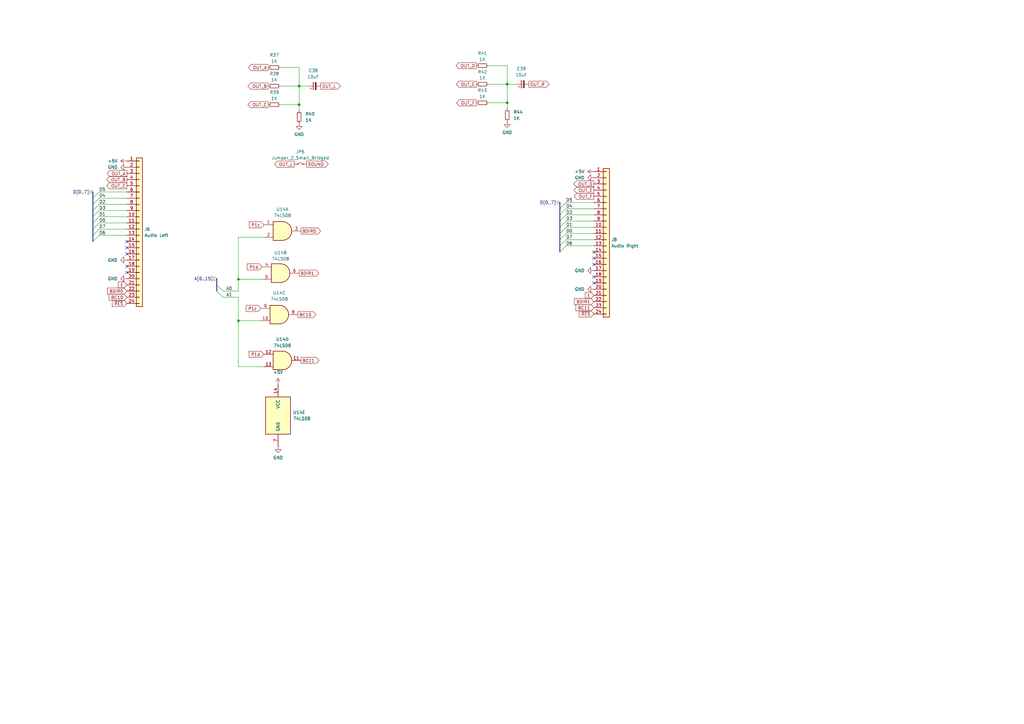
<source format=kicad_sch>
(kicad_sch (version 20231120) (generator "eeschema") (generator_version "8.0")
  (paper "A3")
  (lib_symbols
    (symbol "74xx:74LS08" (pin_names (offset 1.016))
      (property "Reference" "U" (at 0 1.27 0))
      (property "Value" "74LS08" (at 0 -1.27 0))
      (symbol "74LS08_1_1"
        (arc (start 0 -3.81) (mid 3.7934 0) (end 0 3.81) (stroke (width 0.254)) (fill (type background)))
        (polyline (pts (xy 0 3.81) (xy -3.81 3.81) (xy -3.81 -3.81) (xy 0 -3.81)) (stroke (width 0.254)) (fill (type background)))
        (pin input line (at -7.62 2.54 0) (length 3.81) (name "~") (number "1"))
        (pin input line (at -7.62 -2.54 0) (length 3.81) (name "~") (number "2"))
        (pin output line (at 7.62 0 180) (length 3.81) (name "~") (number "3"))
      )
      (symbol "74LS08_1_2"
        (arc (start -3.81 -3.81) (mid -2.589 0) (end -3.81 3.81) (stroke (width 0.254)))
        (arc (start -0.6096 -3.81) (mid 2.1842 -2.5851) (end 3.81 0) (stroke (width 0.254)) (fill (type background)))
        (polyline (pts (xy -3.81 -3.81) (xy -0.635 -3.81)) (stroke (width 0.254)) (fill (type background)))
        (polyline (pts (xy -3.81 3.81) (xy -0.635 3.81)) (stroke (width 0.254)) (fill (type background)))
        (polyline (pts (xy -0.635 3.81) (xy -3.81 3.81) (xy -3.81 3.81) (xy -3.556 3.4036) (xy -3.0226 2.2606) (xy -2.6924 1.0414) (xy -2.6162 -0.254) (xy -2.7686 -1.4986) (xy -3.175 -2.7178) (xy -3.81 -3.81) (xy -3.81 -3.81) (xy -0.635 -3.81)) (stroke (width -25.4)) (fill (type background)))
        (arc (start 3.81 0) (mid 2.1915 2.5936) (end -0.6096 3.81) (stroke (width 0.254)) (fill (type background)))
        (pin input inverted (at -7.62 2.54 0) (length 4.318) (name "~") (number "1"))
        (pin input inverted (at -7.62 -2.54 0) (length 4.318) (name "~") (number "2"))
        (pin output inverted (at 7.62 0 180) (length 3.81) (name "~") (number "3"))
      )
      (symbol "74LS08_2_1"
        (arc (start 0 -3.81) (mid 3.7934 0) (end 0 3.81) (stroke (width 0.254)) (fill (type background)))
        (polyline (pts (xy 0 3.81) (xy -3.81 3.81) (xy -3.81 -3.81) (xy 0 -3.81)) (stroke (width 0.254)) (fill (type background)))
        (pin input line (at -7.62 2.54 0) (length 3.81) (name "~") (number "4"))
        (pin input line (at -7.62 -2.54 0) (length 3.81) (name "~") (number "5"))
        (pin output line (at 7.62 0 180) (length 3.81) (name "~") (number "6"))
      )
      (symbol "74LS08_2_2"
        (arc (start -3.81 -3.81) (mid -2.589 0) (end -3.81 3.81) (stroke (width 0.254)))
        (arc (start -0.6096 -3.81) (mid 2.1842 -2.5851) (end 3.81 0) (stroke (width 0.254)) (fill (type background)))
        (polyline (pts (xy -3.81 -3.81) (xy -0.635 -3.81)) (stroke (width 0.254)) (fill (type background)))
        (polyline (pts (xy -3.81 3.81) (xy -0.635 3.81)) (stroke (width 0.254)) (fill (type background)))
        (polyline (pts (xy -0.635 3.81) (xy -3.81 3.81) (xy -3.81 3.81) (xy -3.556 3.4036) (xy -3.0226 2.2606) (xy -2.6924 1.0414) (xy -2.6162 -0.254) (xy -2.7686 -1.4986) (xy -3.175 -2.7178) (xy -3.81 -3.81) (xy -3.81 -3.81) (xy -0.635 -3.81)) (stroke (width -25.4)) (fill (type background)))
        (arc (start 3.81 0) (mid 2.1915 2.5936) (end -0.6096 3.81) (stroke (width 0.254)) (fill (type background)))
        (pin input inverted (at -7.62 2.54 0) (length 4.318) (name "~") (number "4"))
        (pin input inverted (at -7.62 -2.54 0) (length 4.318) (name "~") (number "5"))
        (pin output inverted (at 7.62 0 180) (length 3.81) (name "~") (number "6"))
      )
      (symbol "74LS08_3_1"
        (arc (start 0 -3.81) (mid 3.7934 0) (end 0 3.81) (stroke (width 0.254)) (fill (type background)))
        (polyline (pts (xy 0 3.81) (xy -3.81 3.81) (xy -3.81 -3.81) (xy 0 -3.81)) (stroke (width 0.254)) (fill (type background)))
        (pin input line (at -7.62 -2.54 0) (length 3.81) (name "~") (number "10"))
        (pin output line (at 7.62 0 180) (length 3.81) (name "~") (number "8"))
        (pin input line (at -7.62 2.54 0) (length 3.81) (name "~") (number "9"))
      )
      (symbol "74LS08_3_2"
        (arc (start -3.81 -3.81) (mid -2.589 0) (end -3.81 3.81) (stroke (width 0.254)))
        (arc (start -0.6096 -3.81) (mid 2.1842 -2.5851) (end 3.81 0) (stroke (width 0.254)) (fill (type background)))
        (polyline (pts (xy -3.81 -3.81) (xy -0.635 -3.81)) (stroke (width 0.254)) (fill (type background)))
        (polyline (pts (xy -3.81 3.81) (xy -0.635 3.81)) (stroke (width 0.254)) (fill (type background)))
        (polyline (pts (xy -0.635 3.81) (xy -3.81 3.81) (xy -3.81 3.81) (xy -3.556 3.4036) (xy -3.0226 2.2606) (xy -2.6924 1.0414) (xy -2.6162 -0.254) (xy -2.7686 -1.4986) (xy -3.175 -2.7178) (xy -3.81 -3.81) (xy -3.81 -3.81) (xy -0.635 -3.81)) (stroke (width -25.4)) (fill (type background)))
        (arc (start 3.81 0) (mid 2.1915 2.5936) (end -0.6096 3.81) (stroke (width 0.254)) (fill (type background)))
        (pin input inverted (at -7.62 -2.54 0) (length 4.318) (name "~") (number "10"))
        (pin output inverted (at 7.62 0 180) (length 3.81) (name "~") (number "8"))
        (pin input inverted (at -7.62 2.54 0) (length 4.318) (name "~") (number "9"))
      )
      (symbol "74LS08_4_1"
        (arc (start 0 -3.81) (mid 3.7934 0) (end 0 3.81) (stroke (width 0.254)) (fill (type background)))
        (polyline (pts (xy 0 3.81) (xy -3.81 3.81) (xy -3.81 -3.81) (xy 0 -3.81)) (stroke (width 0.254)) (fill (type background)))
        (pin output line (at 7.62 0 180) (length 3.81) (name "~") (number "11"))
        (pin input line (at -7.62 2.54 0) (length 3.81) (name "~") (number "12"))
        (pin input line (at -7.62 -2.54 0) (length 3.81) (name "~") (number "13"))
      )
      (symbol "74LS08_4_2"
        (arc (start -3.81 -3.81) (mid -2.589 0) (end -3.81 3.81) (stroke (width 0.254)))
        (arc (start -0.6096 -3.81) (mid 2.1842 -2.5851) (end 3.81 0) (stroke (width 0.254)) (fill (type background)))
        (polyline (pts (xy -3.81 -3.81) (xy -0.635 -3.81)) (stroke (width 0.254)) (fill (type background)))
        (polyline (pts (xy -3.81 3.81) (xy -0.635 3.81)) (stroke (width 0.254)) (fill (type background)))
        (polyline (pts (xy -0.635 3.81) (xy -3.81 3.81) (xy -3.81 3.81) (xy -3.556 3.4036) (xy -3.0226 2.2606) (xy -2.6924 1.0414) (xy -2.6162 -0.254) (xy -2.7686 -1.4986) (xy -3.175 -2.7178) (xy -3.81 -3.81) (xy -3.81 -3.81) (xy -0.635 -3.81)) (stroke (width -25.4)) (fill (type background)))
        (arc (start 3.81 0) (mid 2.1915 2.5936) (end -0.6096 3.81) (stroke (width 0.254)) (fill (type background)))
        (pin output inverted (at 7.62 0 180) (length 3.81) (name "~") (number "11"))
        (pin input inverted (at -7.62 2.54 0) (length 4.318) (name "~") (number "12"))
        (pin input inverted (at -7.62 -2.54 0) (length 4.318) (name "~") (number "13"))
      )
      (symbol "74LS08_5_0"
        (pin power_in line (at 0 12.7 270) (length 5.08) (name "VCC") (number "14"))
        (pin power_in line (at 0 -12.7 90) (length 5.08) (name "GND") (number "7"))
      )
      (symbol "74LS08_5_1"
        (rectangle (start -5.08 7.62) (end 5.08 -7.62) (stroke (width 0.254)) (fill (type background)))
      )
    )
    (symbol "Connector_Generic:Conn_01x24" (pin_names (offset 1.016) hide)
      (property "Reference" "J" (at 0 30.48 0))
      (property "Value" "Conn_01x24" (at 0 -33.02 0))
      (symbol "Conn_01x24_1_1"
        (rectangle (start -1.27 -30.353) (end 0 -30.607) (stroke (width 0.1524)))
        (rectangle (start -1.27 -27.813) (end 0 -28.067) (stroke (width 0.1524)))
        (rectangle (start -1.27 -25.273) (end 0 -25.527) (stroke (width 0.1524)))
        (rectangle (start -1.27 -22.733) (end 0 -22.987) (stroke (width 0.1524)))
        (rectangle (start -1.27 -20.193) (end 0 -20.447) (stroke (width 0.1524)))
        (rectangle (start -1.27 -17.653) (end 0 -17.907) (stroke (width 0.1524)))
        (rectangle (start -1.27 -15.113) (end 0 -15.367) (stroke (width 0.1524)))
        (rectangle (start -1.27 -12.573) (end 0 -12.827) (stroke (width 0.1524)))
        (rectangle (start -1.27 -10.033) (end 0 -10.287) (stroke (width 0.1524)))
        (rectangle (start -1.27 -7.493) (end 0 -7.747) (stroke (width 0.1524)))
        (rectangle (start -1.27 -4.953) (end 0 -5.207) (stroke (width 0.1524)))
        (rectangle (start -1.27 -2.413) (end 0 -2.667) (stroke (width 0.1524)))
        (rectangle (start -1.27 0.127) (end 0 -0.127) (stroke (width 0.1524)))
        (rectangle (start -1.27 2.667) (end 0 2.413) (stroke (width 0.1524)))
        (rectangle (start -1.27 5.207) (end 0 4.953) (stroke (width 0.1524)))
        (rectangle (start -1.27 7.747) (end 0 7.493) (stroke (width 0.1524)))
        (rectangle (start -1.27 10.287) (end 0 10.033) (stroke (width 0.1524)))
        (rectangle (start -1.27 12.827) (end 0 12.573) (stroke (width 0.1524)))
        (rectangle (start -1.27 15.367) (end 0 15.113) (stroke (width 0.1524)))
        (rectangle (start -1.27 17.907) (end 0 17.653) (stroke (width 0.1524)))
        (rectangle (start -1.27 20.447) (end 0 20.193) (stroke (width 0.1524)))
        (rectangle (start -1.27 22.987) (end 0 22.733) (stroke (width 0.1524)))
        (rectangle (start -1.27 25.527) (end 0 25.273) (stroke (width 0.1524)))
        (rectangle (start -1.27 28.067) (end 0 27.813) (stroke (width 0.1524)))
        (rectangle (start -1.27 29.21) (end 1.27 -31.75) (stroke (width 0.254)) (fill (type background)))
        (pin passive line (at -5.08 27.94 0) (length 3.81) (name "Pin_1") (number "1"))
        (pin passive line (at -5.08 5.08 0) (length 3.81) (name "Pin_10") (number "10"))
        (pin passive line (at -5.08 2.54 0) (length 3.81) (name "Pin_11") (number "11"))
        (pin passive line (at -5.08 0 0) (length 3.81) (name "Pin_12") (number "12"))
        (pin passive line (at -5.08 -2.54 0) (length 3.81) (name "Pin_13") (number "13"))
        (pin passive line (at -5.08 -5.08 0) (length 3.81) (name "Pin_14") (number "14"))
        (pin passive line (at -5.08 -7.62 0) (length 3.81) (name "Pin_15") (number "15"))
        (pin passive line (at -5.08 -10.16 0) (length 3.81) (name "Pin_16") (number "16"))
        (pin passive line (at -5.08 -12.7 0) (length 3.81) (name "Pin_17") (number "17"))
        (pin passive line (at -5.08 -15.24 0) (length 3.81) (name "Pin_18") (number "18"))
        (pin passive line (at -5.08 -17.78 0) (length 3.81) (name "Pin_19") (number "19"))
        (pin passive line (at -5.08 25.4 0) (length 3.81) (name "Pin_2") (number "2"))
        (pin passive line (at -5.08 -20.32 0) (length 3.81) (name "Pin_20") (number "20"))
        (pin passive line (at -5.08 -22.86 0) (length 3.81) (name "Pin_21") (number "21"))
        (pin passive line (at -5.08 -25.4 0) (length 3.81) (name "Pin_22") (number "22"))
        (pin passive line (at -5.08 -27.94 0) (length 3.81) (name "Pin_23") (number "23"))
        (pin passive line (at -5.08 -30.48 0) (length 3.81) (name "Pin_24") (number "24"))
        (pin passive line (at -5.08 22.86 0) (length 3.81) (name "Pin_3") (number "3"))
        (pin passive line (at -5.08 20.32 0) (length 3.81) (name "Pin_4") (number "4"))
        (pin passive line (at -5.08 17.78 0) (length 3.81) (name "Pin_5") (number "5"))
        (pin passive line (at -5.08 15.24 0) (length 3.81) (name "Pin_6") (number "6"))
        (pin passive line (at -5.08 12.7 0) (length 3.81) (name "Pin_7") (number "7"))
        (pin passive line (at -5.08 10.16 0) (length 3.81) (name "Pin_8") (number "8"))
        (pin passive line (at -5.08 7.62 0) (length 3.81) (name "Pin_9") (number "9"))
      )
    )
    (symbol "Device:C_Polarized_Small" (pin_numbers hide) (pin_names (offset 0.254) hide)
      (property "Reference" "C" (at 0.254 1.778 0))
      (property "Value" "C_Polarized_Small" (at 0.254 -2.032 0))
      (symbol "C_Polarized_Small_0_1"
        (rectangle (start -1.524 -0.3048) (end 1.524 -0.6858) (fill (type outline)))
        (rectangle (start -1.524 0.6858) (end 1.524 0.3048))
        (polyline (pts (xy -1.27 1.524) (xy -0.762 1.524)))
        (polyline (pts (xy -1.016 1.27) (xy -1.016 1.778)))
      )
      (symbol "C_Polarized_Small_1_1"
        (pin passive line (at 0 2.54 270) (length 1.8542) (name "~") (number "1"))
        (pin passive line (at 0 -2.54 90) (length 1.8542) (name "~") (number "2"))
      )
    )
    (symbol "Device:R_Small" (pin_numbers hide) (pin_names (offset 0.254) hide)
      (property "Reference" "R" (at 0.762 0.508 0))
      (property "Value" "R_Small" (at 0.762 -1.016 0))
      (symbol "R_Small_0_1"
        (rectangle (start -0.762 1.778) (end 0.762 -1.778) (stroke (width 0.2032)))
      )
      (symbol "R_Small_1_1"
        (pin passive line (at 0 2.54 270) (length 0.762) (name "~") (number "1"))
        (pin passive line (at 0 -2.54 90) (length 0.762) (name "~") (number "2"))
      )
    )
    (symbol "Jumper:Jumper_2_Small_Bridged" (pin_numbers hide) (pin_names (offset 0) hide) (exclude_from_sim yes)
      (property "Reference" "JP" (at 0 2.032 0))
      (property "Value" "Jumper_2_Small_Bridged" (at 0 -2.286 0))
      (symbol "Jumper_2_Small_Bridged_0_0"
        (circle (center -1.016 0) (radius 0.254))
        (circle (center 1.016 0) (radius 0.254))
      )
      (symbol "Jumper_2_Small_Bridged_0_1"
        (arc (start 0.762 0.254) (mid 0 0.5696) (end -0.762 0.254))
      )
      (symbol "Jumper_2_Small_Bridged_1_1"
        (pin passive line (at -2.54 0 0) (length 1.27) (name "A") (number "1"))
        (pin passive line (at 2.54 0 180) (length 1.27) (name "B") (number "2"))
      )
    )
    (symbol "power:+5V" (power) (pin_names (offset 0))
      (property "Value" "+5V" (at 0 3.556 0))
      (symbol "+5V_0_1"
        (polyline (pts (xy -0.762 1.27) (xy 0 2.54)))
        (polyline (pts (xy 0 0) (xy 0 2.54)))
        (polyline (pts (xy 0 2.54) (xy 0.762 1.27)))
      )
      (symbol "+5V_1_1"
        (pin power_in line (at 0 0 90) (length 0) hide (name "+5V") (number "1"))
      )
    )
    (symbol "power:GND" (power) (pin_names (offset 0))
      (property "Value" "GND" (at 0 -3.81 0))
      (symbol "GND_0_1"
        (polyline (pts (xy 0 0) (xy 0 -1.27) (xy 1.27 -1.27) (xy 0 -2.54) (xy -1.27 -1.27) (xy 0 -1.27)))
      )
      (symbol "GND_1_1"
        (pin power_in line (at 0 0 270) (length 0) hide (name "GND") (number "1"))
      )
    )
  )
  (junction (at 97.79 131.572))
  (junction (at 122.682 42.926))
  (junction (at 208.026 34.544))
  (junction (at 208.026 42.164))
  (junction (at 97.79 114.554))
  (junction (at 122.682 35.306))
  (no_connect (at 243.586 105.918))
  (no_connect (at 52.07 104.14))
  (no_connect (at 52.07 109.22))
  (no_connect (at 243.586 108.458))
  (no_connect (at 52.07 111.76))
  (no_connect (at 52.07 99.06))
  (no_connect (at 243.586 113.538))
  (no_connect (at 243.586 116.078))
  (no_connect (at 52.07 101.6))
  (no_connect (at 243.586 103.378))
  (bus_entry (at 38.1 91.44) (size 2.54 -2.54))
  (bus_entry (at 88.9 119.38) (size 2.54 2.54))
  (bus_entry (at 229.616 93.218) (size 2.54 -2.54))
  (bus_entry (at 229.616 98.298) (size 2.54 -2.54))
  (bus_entry (at 38.1 93.98) (size 2.54 -2.54))
  (bus_entry (at 38.1 99.06) (size 2.54 -2.54))
  (bus_entry (at 38.1 81.28) (size 2.54 -2.54))
  (bus_entry (at 38.1 96.52) (size 2.54 -2.54))
  (bus_entry (at 38.1 83.82) (size 2.54 -2.54))
  (bus_entry (at 229.616 90.678) (size 2.54 -2.54))
  (bus_entry (at 229.616 85.598) (size 2.54 -2.54))
  (bus_entry (at 38.1 88.9) (size 2.54 -2.54))
  (bus_entry (at 229.616 100.838) (size 2.54 -2.54))
  (bus_entry (at 229.616 95.758) (size 2.54 -2.54))
  (bus_entry (at 88.9 116.84) (size 2.54 2.54))
  (bus_entry (at 229.616 103.378) (size 2.54 -2.54))
  (bus_entry (at 38.1 86.36) (size 2.54 -2.54))
  (bus_entry (at 229.616 88.138) (size 2.54 -2.54))
  (bus (pts (xy 229.616 95.758) (xy 229.616 93.218)))
  (bus (pts (xy 38.1 88.9) (xy 38.1 86.36)))
  (wire (pts (xy 208.026 26.924) (xy 208.026 34.544)))
  (wire (pts (xy 232.156 100.838) (xy 243.586 100.838)))
  (bus (pts (xy 229.616 90.678) (xy 229.616 88.138)))
  (bus (pts (xy 88.9 114.3) (xy 88.9 116.84)))
  (bus (pts (xy 229.616 83.058) (xy 229.616 85.598)))
  (wire (pts (xy 200.406 34.544) (xy 208.026 34.544)))
  (wire (pts (xy 91.44 119.38) (xy 97.79 119.38)))
  (wire (pts (xy 232.156 95.758) (xy 243.586 95.758)))
  (bus (pts (xy 229.616 93.218) (xy 229.616 90.678)))
  (wire (pts (xy 122.682 42.926) (xy 122.682 45.466)))
  (wire (pts (xy 122.682 35.306) (xy 126.492 35.306)))
  (wire (pts (xy 122.682 27.686) (xy 122.682 35.306)))
  (wire (pts (xy 40.64 91.44) (xy 52.07 91.44)))
  (wire (pts (xy 232.156 83.058) (xy 243.586 83.058)))
  (bus (pts (xy 38.1 96.52) (xy 38.1 99.06)))
  (bus (pts (xy 38.1 91.44) (xy 38.1 93.98)))
  (wire (pts (xy 115.062 42.926) (xy 122.682 42.926)))
  (bus (pts (xy 38.1 91.44) (xy 38.1 88.9)))
  (wire (pts (xy 40.64 86.36) (xy 52.07 86.36)))
  (wire (pts (xy 115.062 35.306) (xy 122.682 35.306)))
  (wire (pts (xy 40.64 93.98) (xy 52.07 93.98)))
  (wire (pts (xy 232.156 93.218) (xy 243.586 93.218)))
  (bus (pts (xy 229.616 100.838) (xy 229.616 103.378)))
  (wire (pts (xy 200.406 42.164) (xy 208.026 42.164)))
  (wire (pts (xy 40.64 96.52) (xy 52.07 96.52)))
  (wire (pts (xy 97.79 121.92) (xy 97.79 131.572)))
  (wire (pts (xy 108.204 97.282) (xy 97.79 97.282)))
  (bus (pts (xy 38.1 96.52) (xy 38.1 93.98)))
  (wire (pts (xy 232.156 88.138) (xy 243.586 88.138)))
  (wire (pts (xy 97.79 131.572) (xy 97.79 150.368)))
  (wire (pts (xy 122.682 42.926) (xy 122.682 35.306)))
  (bus (pts (xy 38.1 83.82) (xy 38.1 81.28)))
  (wire (pts (xy 208.026 42.164) (xy 208.026 34.544)))
  (wire (pts (xy 97.79 97.282) (xy 97.79 114.554)))
  (wire (pts (xy 208.026 34.544) (xy 211.836 34.544)))
  (wire (pts (xy 40.64 88.9) (xy 52.07 88.9)))
  (wire (pts (xy 232.156 85.598) (xy 243.586 85.598)))
  (wire (pts (xy 107.442 114.554) (xy 97.79 114.554)))
  (wire (pts (xy 115.062 27.686) (xy 122.682 27.686)))
  (bus (pts (xy 38.1 86.36) (xy 38.1 83.82)))
  (wire (pts (xy 40.64 81.28) (xy 52.07 81.28)))
  (bus (pts (xy 229.616 95.758) (xy 229.616 98.298)))
  (wire (pts (xy 200.406 26.924) (xy 208.026 26.924)))
  (wire (pts (xy 232.156 90.678) (xy 243.586 90.678)))
  (bus (pts (xy 229.616 100.838) (xy 229.616 98.298)))
  (wire (pts (xy 106.934 131.572) (xy 97.79 131.572)))
  (wire (pts (xy 40.64 83.82) (xy 52.07 83.82)))
  (wire (pts (xy 208.026 42.164) (xy 208.026 44.704)))
  (bus (pts (xy 38.1 78.74) (xy 38.1 81.28)))
  (wire (pts (xy 97.79 114.554) (xy 97.79 119.38)))
  (bus (pts (xy 229.616 88.138) (xy 229.616 85.598)))
  (wire (pts (xy 91.44 121.92) (xy 97.79 121.92)))
  (wire (pts (xy 40.64 78.74) (xy 52.07 78.74)))
  (wire (pts (xy 232.156 98.298) (xy 243.586 98.298)))
  (bus (pts (xy 88.9 119.38) (xy 88.9 116.84)))
  (wire (pts (xy 97.79 150.368) (xy 108.204 150.368)))
  (label "A0" (at 95.25 119.38 180))
  (label "D2" (at 40.64 83.82 0))
  (label "D7" (at 40.64 93.98 0))
  (label "D1" (at 232.156 93.218 0))
  (label "D1" (at 40.64 88.9 0))
  (label "D0" (at 40.64 91.44 0))
  (label "D0" (at 232.156 95.758 0))
  (label "D3" (at 40.64 86.36 0))
  (label "D4" (at 232.156 85.598 0))
  (label "D4" (at 40.64 81.28 0))
  (label "D5" (at 232.156 83.058 0))
  (label "D6" (at 232.156 100.838 0))
  (label "D3" (at 232.156 90.678 0))
  (label "D5" (at 40.64 78.74 0))
  (label "A1" (at 95.25 121.92 180))
  (label "D2" (at 232.156 88.138 0))
  (label "D7" (at 232.156 98.298 0))
  (label "D6" (at 40.64 96.52 0))
  (global_label "P1d" (shape input) (at 108.204 145.288 180) (property "Intersheetrefs" "${INTERSHEET_REFS}" (effects (hide yes))))
  (global_label "~{RES}" (shape input) (at 243.586 128.778 180) (property "Intersheetrefs" "${INTERSHEET_REFS}" (effects (hide yes))))
  (global_label "OUT_B" (shape output) (at 109.982 35.306 180) (property "Intersheetrefs" "${INTERSHEET_REFS}" (effects (hide yes))))
  (global_label "~{RES}" (shape input) (at 52.07 124.46 180) (property "Intersheetrefs" "${INTERSHEET_REFS}" (effects (hide yes))))
  (global_label "OUT_R" (shape output) (at 216.916 34.544 0) (property "Intersheetrefs" "${INTERSHEET_REFS}" (effects (hide yes))))
  (global_label "OUT_L" (shape output) (at 131.572 35.306 0) (property "Intersheetrefs" "${INTERSHEET_REFS}" (effects (hide yes))))
  (global_label "OUT_F" (shape output) (at 195.326 42.164 180) (property "Intersheetrefs" "${INTERSHEET_REFS}" (effects (hide yes))))
  (global_label "BC11" (shape output) (at 123.444 147.828 0) (property "Intersheetrefs" "${INTERSHEET_REFS}" (effects (hide yes))))
  (global_label "BC11" (shape input) (at 243.586 126.238 180) (property "Intersheetrefs" "${INTERSHEET_REFS}" (effects (hide yes))))
  (global_label "P1c" (shape input) (at 108.204 92.202 180) (property "Intersheetrefs" "${INTERSHEET_REFS}" (effects (hide yes))))
  (global_label "BDIR1" (shape input) (at 243.586 123.698 180) (property "Intersheetrefs" "${INTERSHEET_REFS}" (effects (hide yes))))
  (global_label "OUT_L" (shape output) (at 120.65 67.31 180) (property "Intersheetrefs" "${INTERSHEET_REFS}" (effects (hide yes))))
  (global_label "BDIR1" (shape output) (at 122.682 112.014 0) (property "Intersheetrefs" "${INTERSHEET_REFS}" (effects (hide yes))))
  (global_label "OUT_E" (shape output) (at 243.586 77.978 180) (property "Intersheetrefs" "${INTERSHEET_REFS}" (effects (hide yes))))
  (global_label "OUT_C" (shape output) (at 52.07 76.2 180) (property "Intersheetrefs" "${INTERSHEET_REFS}" (effects (hide yes))))
  (global_label "BDIR0" (shape input) (at 52.07 119.38 180) (property "Intersheetrefs" "${INTERSHEET_REFS}" (effects (hide yes))))
  (global_label "P1d" (shape input) (at 107.442 109.474 180) (property "Intersheetrefs" "${INTERSHEET_REFS}" (effects (hide yes))))
  (global_label "E" (shape input) (at 243.586 121.158 180) (property "Intersheetrefs" "${INTERSHEET_REFS}" (effects (hide yes))))
  (global_label "BDIR0" (shape output) (at 123.444 94.742 0) (property "Intersheetrefs" "${INTERSHEET_REFS}" (effects (hide yes))))
  (global_label "BC10" (shape input) (at 52.07 121.92 180) (property "Intersheetrefs" "${INTERSHEET_REFS}" (effects (hide yes))))
  (global_label "SOUND" (shape output) (at 125.73 67.31 0) (property "Intersheetrefs" "${INTERSHEET_REFS}" (effects (hide yes))))
  (global_label "E" (shape input) (at 52.07 116.84 180) (property "Intersheetrefs" "${INTERSHEET_REFS}" (effects (hide yes))))
  (global_label "OUT_A" (shape output) (at 109.982 27.686 180) (property "Intersheetrefs" "${INTERSHEET_REFS}" (effects (hide yes))))
  (global_label "OUT_D" (shape output) (at 195.326 26.924 180) (property "Intersheetrefs" "${INTERSHEET_REFS}" (effects (hide yes))))
  (global_label "OUT_C" (shape output) (at 109.982 42.926 180) (property "Intersheetrefs" "${INTERSHEET_REFS}" (effects (hide yes))))
  (global_label "BC10" (shape output) (at 122.174 129.032 0) (property "Intersheetrefs" "${INTERSHEET_REFS}" (effects (hide yes))))
  (global_label "OUT_A" (shape output) (at 52.07 71.12 180) (property "Intersheetrefs" "${INTERSHEET_REFS}" (effects (hide yes))))
  (global_label "P1c" (shape input) (at 106.934 126.492 180) (property "Intersheetrefs" "${INTERSHEET_REFS}" (effects (hide yes))))
  (global_label "OUT_B" (shape output) (at 52.07 73.66 180) (property "Intersheetrefs" "${INTERSHEET_REFS}" (effects (hide yes))))
  (global_label "OUT_E" (shape output) (at 195.326 34.544 180) (property "Intersheetrefs" "${INTERSHEET_REFS}" (effects (hide yes))))
  (global_label "OUT_D" (shape output) (at 243.586 75.438 180) (property "Intersheetrefs" "${INTERSHEET_REFS}" (effects (hide yes))))
  (global_label "OUT_F" (shape output) (at 243.586 80.518 180) (property "Intersheetrefs" "${INTERSHEET_REFS}" (effects (hide yes))))
  (hierarchical_label "D[0..7]" (shape bidirectional) (at 229.616 83.058 180))
  (hierarchical_label "A[0..15]" (shape input) (at 88.9 114.3 180))
  (hierarchical_label "D[0..7]" (shape bidirectional) (at 38.1 78.74 180))
  (symbol (lib_id "Device:R_Small") (at 197.866 26.924 90) (unit 1)
    (property "Reference" "R41" (at 197.866 21.844 90))
    (property "Value" "1K" (at 197.866 24.384 90))
    (property "Footprint" "Resistor_SMD:R_0805_2012Metric_Pad1.20x1.40mm_HandSolder" (effects (hide yes)))
  )
  (symbol (lib_id "74xx:74LS08") (at 114.554 129.032 0) (unit 3)
    (property "Reference" "U14" (at 114.5457 120.142 0))
    (property "Value" "74LS08" (at 114.5457 122.682 0))
    (property "Footprint" "Package_SO:SO-14_3.9x8.65mm_P1.27mm" (effects (hide yes)))
    (property "Datasheet" "http://www.ti.com/lit/gpn/sn74LS08" (effects (hide yes)))
  )
  (symbol (lib_id "74xx:74LS08") (at 114.046 170.434 0) (unit 5)
    (property "Reference" "U14" (at 120.142 169.164 0) (effects (justify left)))
    (property "Value" "74LS08" (at 120.142 171.704 0) (effects (justify left)))
    (property "Footprint" "Package_SO:SO-14_3.9x8.65mm_P1.27mm" (effects (hide yes)))
    (property "Datasheet" "http://www.ti.com/lit/gpn/sn74LS08" (effects (hide yes)))
  )
  (symbol (lib_id "Device:R_Small") (at 112.522 27.686 90) (unit 1)
    (property "Reference" "R37" (at 112.522 22.606 90))
    (property "Value" "1K" (at 112.522 25.146 90))
    (property "Footprint" "Resistor_SMD:R_0805_2012Metric_Pad1.20x1.40mm_HandSolder" (effects (hide yes)))
  )
  (symbol (lib_id "power:GND") (at 243.586 110.998 270) (unit 1)
    (property "Reference" "#PWR0163" (effects (hide yes)))
    (property "Value" "GND" (at 239.776 110.998 90) (effects (justify right)))
  )
  (symbol (lib_id "power:GND") (at 52.07 114.3 270) (unit 1)
    (property "Reference" "#PWR0155" (effects (hide yes)))
    (property "Value" "GND" (at 48.26 114.3 90) (effects (justify right)))
  )
  (symbol (lib_id "power:GND") (at 114.046 183.134 0) (unit 1)
    (property "Reference" "#PWR0157" (effects (hide yes)))
    (property "Value" "GND" (at 114.046 187.706 0))
  )
  (symbol (lib_id "Device:R_Small") (at 112.522 42.926 90) (unit 1)
    (property "Reference" "R39" (at 112.522 37.846 90))
    (property "Value" "1K" (at 112.522 40.386 90))
    (property "Footprint" "Resistor_SMD:R_0805_2012Metric_Pad1.20x1.40mm_HandSolder" (effects (hide yes)))
  )
  (symbol (lib_id "Device:R_Small") (at 197.866 42.164 90) (unit 1)
    (property "Reference" "R43" (at 197.866 37.084 90))
    (property "Value" "1K" (at 197.866 39.624 90))
    (property "Footprint" "Resistor_SMD:R_0805_2012Metric_Pad1.20x1.40mm_HandSolder" (effects (hide yes)))
  )
  (symbol (lib_id "power:GND") (at 243.586 72.898 270) (unit 1)
    (property "Reference" "#PWR0162" (effects (hide yes)))
    (property "Value" "GND" (at 239.776 72.898 90) (effects (justify right)))
  )
  (symbol (lib_id "power:GND") (at 208.026 49.784 0) (unit 1)
    (property "Reference" "#PWR0160" (effects (hide yes)))
    (property "Value" "GND" (at 208.026 54.356 0))
  )
  (symbol (lib_id "Device:R_Small") (at 112.522 35.306 90) (unit 1)
    (property "Reference" "R38" (at 112.522 30.226 90))
    (property "Value" "1K" (at 112.522 32.766 90))
    (property "Footprint" "Resistor_SMD:R_0805_2012Metric_Pad1.20x1.40mm_HandSolder" (effects (hide yes)))
  )
  (symbol (lib_id "Device:R_Small") (at 122.682 48.006 180) (unit 1)
    (property "Reference" "R40" (at 125.222 46.736 0) (effects (justify right)))
    (property "Value" "1K" (at 125.222 49.276 0) (effects (justify right)))
    (property "Footprint" "Resistor_SMD:R_0805_2012Metric_Pad1.20x1.40mm_HandSolder" (effects (hide yes)))
  )
  (symbol (lib_id "74xx:74LS08") (at 115.062 112.014 0) (unit 2)
    (property "Reference" "U14" (at 115.0537 103.632 0))
    (property "Value" "74LS08" (at 115.0537 106.172 0))
    (property "Footprint" "Package_SO:SO-14_3.9x8.65mm_P1.27mm" (effects (hide yes)))
    (property "Datasheet" "http://www.ti.com/lit/gpn/sn74LS08" (effects (hide yes)))
  )
  (symbol (lib_id "Device:R_Small") (at 197.866 34.544 90) (unit 1)
    (property "Reference" "R42" (at 197.866 29.464 90))
    (property "Value" "1K" (at 197.866 32.004 90))
    (property "Footprint" "Resistor_SMD:R_0805_2012Metric_Pad1.20x1.40mm_HandSolder" (effects (hide yes)))
  )
  (symbol (lib_id "74xx:74LS08") (at 115.824 147.828 0) (unit 4)
    (property "Reference" "U14" (at 115.8157 139.192 0))
    (property "Value" "74LS08" (at 115.8157 141.732 0))
    (property "Footprint" "Package_SO:SO-14_3.9x8.65mm_P1.27mm" (effects (hide yes)))
    (property "Datasheet" "http://www.ti.com/lit/gpn/sn74LS08" (effects (hide yes)))
  )
  (symbol (lib_id "Connector_Generic:Conn_01x24") (at 57.15 93.98 0) (unit 1)
    (property "Reference" "J6" (at 59.182 93.98 0) (effects (justify left)))
    (property "Value" "Audio Left" (at 59.182 96.52 0) (effects (justify left)))
    (property "Footprint" "Dragon:AY-QTHT" (effects (hide yes)))
  )
  (symbol (lib_id "Connector_Generic:Conn_01x24") (at 248.666 98.298 0) (unit 1)
    (property "Reference" "J8" (at 250.698 98.298 0) (effects (justify left)))
    (property "Value" "Audio Right" (at 250.698 100.838 0) (effects (justify left)))
    (property "Footprint" "Dragon:AY-QTHT" (effects (hide yes)))
  )
  (symbol (lib_id "power:GND") (at 52.07 68.58 270) (unit 1)
    (property "Reference" "#PWR0153" (effects (hide yes)))
    (property "Value" "GND" (at 48.26 68.58 90) (effects (justify right)))
  )
  (symbol (lib_id "power:GND") (at 243.586 118.618 270) (unit 1)
    (property "Reference" "#PWR0164" (effects (hide yes)))
    (property "Value" "GND" (at 239.776 118.618 90) (effects (justify right)))
  )
  (symbol (lib_id "Jumper:Jumper_2_Small_Bridged") (at 123.19 67.31 0) (unit 1) (exclude_from_sim yes)
    (property "Reference" "JP6" (at 123.19 62.23 0))
    (property "Value" "Jumper_2_Small_Bridged" (at 123.19 64.77 0))
    (property "Footprint" "Jumper:SolderJumper-2_P1.3mm_Bridged_Pad1.0x1.5mm" (effects (hide yes)))
    (property "Description" "Jumper, 2-pole, small symbol, bridged" (effects (hide yes)))
  )
  (symbol (lib_id "power:+5V") (at 114.046 157.734 0) (unit 1)
    (property "Reference" "#PWR0156" (effects (hide yes)))
    (property "Value" "+5V" (at 114.046 152.654 0))
  )
  (symbol (lib_id "Device:C_Polarized_Small") (at 129.032 35.306 90) (unit 1)
    (property "Reference" "C38" (at 128.4859 28.956 90))
    (property "Value" "10uF" (at 128.4859 31.496 90))
    (property "Footprint" "Capacitor_SMD:CP_Elec_5x3" (effects (hide yes)))
  )
  (symbol (lib_id "74xx:74LS08") (at 115.824 94.742 0) (unit 1)
    (property "Reference" "U14" (at 115.8157 85.852 0))
    (property "Value" "74LS08" (at 115.8157 88.392 0))
    (property "Footprint" "Package_SO:SO-14_3.9x8.65mm_P1.27mm" (effects (hide yes)))
    (property "Datasheet" "http://www.ti.com/lit/gpn/sn74LS08" (effects (hide yes)))
  )
  (symbol (lib_id "power:+5V") (at 243.586 70.358 90) (unit 1)
    (property "Reference" "#PWR0161" (effects (hide yes)))
    (property "Value" "+5V" (at 239.776 70.358 90) (effects (justify left)))
  )
  (symbol (lib_id "Device:R_Small") (at 208.026 47.244 180) (unit 1)
    (property "Reference" "R44" (at 210.566 45.974 0) (effects (justify right)))
    (property "Value" "1K" (at 210.566 48.514 0) (effects (justify right)))
    (property "Footprint" "Resistor_SMD:R_0805_2012Metric_Pad1.20x1.40mm_HandSolder" (effects (hide yes)))
  )
  (symbol (lib_id "power:GND") (at 52.07 106.68 270) (unit 1)
    (property "Reference" "#PWR0154" (effects (hide yes)))
    (property "Value" "GND" (at 48.26 106.68 90) (effects (justify right)))
  )
  (symbol (lib_id "Device:C_Polarized_Small") (at 214.376 34.544 90) (unit 1)
    (property "Reference" "C39" (at 213.8299 28.194 90))
    (property "Value" "10uF" (at 213.8299 30.734 90))
    (property "Footprint" "Capacitor_SMD:CP_Elec_5x3" (effects (hide yes)))
  )
  (symbol (lib_id "power:GND") (at 122.682 50.546 0) (unit 1)
    (property "Reference" "#PWR0158" (effects (hide yes)))
    (property "Value" "GND" (at 122.682 55.118 0))
  )
  (symbol (lib_id "power:+5V") (at 52.07 66.04 90) (unit 1)
    (property "Reference" "#PWR0152" (effects (hide yes)))
    (property "Value" "+5V" (at 48.26 66.04 90) (effects (justify left)))
  )
)
</source>
